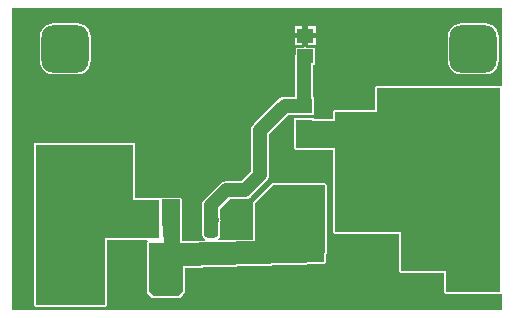
<source format=gtl>
G04*
G04 #@! TF.GenerationSoftware,Altium Limited,Altium Designer,23.2.1 (34)*
G04*
G04 Layer_Physical_Order=1*
G04 Layer_Color=255*
%FSLAX25Y25*%
%MOIN*%
G70*
G04*
G04 #@! TF.SameCoordinates,563C74A3-C083-4828-BA4E-F0EE4E1FBB61*
G04*
G04*
G04 #@! TF.FilePolarity,Positive*
G04*
G01*
G75*
%ADD12R,0.11417X0.21260*%
%ADD13R,0.09843X0.06693*%
%ADD14R,0.05315X0.04528*%
%ADD15R,0.32992X0.41968*%
G04:AMPARAMS|DCode=16|XSize=47.24mil|YSize=118.7mil|CornerRadius=11.81mil|HoleSize=0mil|Usage=FLASHONLY|Rotation=0.000|XOffset=0mil|YOffset=0mil|HoleType=Round|Shape=RoundedRectangle|*
%AMROUNDEDRECTD16*
21,1,0.04724,0.09508,0,0,0.0*
21,1,0.02362,0.11870,0,0,0.0*
1,1,0.02362,0.01181,-0.04754*
1,1,0.02362,-0.01181,-0.04754*
1,1,0.02362,-0.01181,0.04754*
1,1,0.02362,0.01181,0.04754*
%
%ADD16ROUNDEDRECTD16*%
%ADD24C,0.04724*%
%ADD25R,0.15000X0.22500*%
G04:AMPARAMS|DCode=26|XSize=157.48mil|YSize=157.48mil|CornerRadius=39.37mil|HoleSize=0mil|Usage=FLASHONLY|Rotation=0.000|XOffset=0mil|YOffset=0mil|HoleType=Round|Shape=RoundedRectangle|*
%AMROUNDEDRECTD26*
21,1,0.15748,0.07874,0,0,0.0*
21,1,0.07874,0.15748,0,0,0.0*
1,1,0.07874,0.03937,-0.03937*
1,1,0.07874,-0.03937,-0.03937*
1,1,0.07874,-0.03937,0.03937*
1,1,0.07874,0.03937,0.03937*
%
%ADD26ROUNDEDRECTD26*%
%ADD27O,0.07874X0.05906*%
%ADD28C,0.02756*%
G36*
X646689Y270880D02*
X646189Y270569D01*
X646000Y270648D01*
X605000D01*
X604542Y270458D01*
X604352Y270000D01*
Y262648D01*
X591000D01*
X590542Y262458D01*
X590352Y262000D01*
Y259648D01*
X583756D01*
Y259917D01*
X577244D01*
Y254193D01*
X577352D01*
Y250000D01*
X577542Y249542D01*
X578000Y249352D01*
X590352D01*
Y222000D01*
X590542Y221542D01*
X591000Y221352D01*
X612287D01*
Y214772D01*
X612352D01*
Y209000D01*
X612542Y208542D01*
X613000Y208352D01*
X627352D01*
Y202000D01*
X627542Y201542D01*
X628000Y201352D01*
X646000D01*
X646189Y201431D01*
X646689Y201120D01*
Y195811D01*
X483311D01*
Y296689D01*
X646689D01*
Y270880D01*
D02*
G37*
G36*
X646000Y202000D02*
X628000D01*
Y209000D01*
X613000D01*
Y222000D01*
X591000D01*
Y250000D01*
X578000D01*
Y259000D01*
X591000D01*
Y262000D01*
X605000D01*
Y270000D01*
X646000D01*
Y202000D01*
D02*
G37*
%LPC*%
G36*
X584445Y290496D02*
X581984D01*
Y288429D01*
X584445D01*
Y290496D01*
D02*
G37*
G36*
X580016D02*
X577555D01*
Y288429D01*
X580016D01*
Y290496D01*
D02*
G37*
G36*
X584445Y286461D02*
X581984D01*
Y284394D01*
X584445D01*
Y286461D01*
D02*
G37*
G36*
X580016D02*
X577555D01*
Y284394D01*
X580016D01*
Y286461D01*
D02*
G37*
G36*
X640937Y291512D02*
X633063D01*
X631879Y291356D01*
X630776Y290899D01*
X629828Y290172D01*
X629101Y289224D01*
X628644Y288121D01*
X628488Y286937D01*
Y279063D01*
X628644Y277879D01*
X629101Y276776D01*
X629828Y275828D01*
X630776Y275101D01*
X631879Y274644D01*
X633063Y274488D01*
X640937D01*
X642121Y274644D01*
X643224Y275101D01*
X644172Y275828D01*
X644899Y276776D01*
X645356Y277879D01*
X645512Y279063D01*
Y286937D01*
X645356Y288121D01*
X644899Y289224D01*
X644172Y290172D01*
X643224Y290899D01*
X642121Y291356D01*
X640937Y291512D01*
D02*
G37*
G36*
X504937D02*
X497063D01*
X495879Y291356D01*
X494776Y290899D01*
X493828Y290172D01*
X493101Y289224D01*
X492644Y288121D01*
X492488Y286937D01*
Y279063D01*
X492644Y277879D01*
X493101Y276776D01*
X493828Y275828D01*
X494776Y275101D01*
X495879Y274644D01*
X497063Y274488D01*
X504937D01*
X506121Y274644D01*
X507224Y275101D01*
X508172Y275828D01*
X508899Y276776D01*
X509356Y277879D01*
X509512Y279063D01*
Y286937D01*
X509356Y288121D01*
X508899Y289224D01*
X508172Y290172D01*
X507224Y290899D01*
X506121Y291356D01*
X504937Y291512D01*
D02*
G37*
G36*
X581000Y283541D02*
X580803D01*
X580030Y283440D01*
X579977Y283417D01*
X577744D01*
Y281335D01*
X577616Y281025D01*
X577514Y280252D01*
Y267030D01*
X574143D01*
X573370Y266928D01*
X572650Y266629D01*
X572032Y266155D01*
X563789Y257911D01*
X563314Y257293D01*
X563016Y256573D01*
X562914Y255800D01*
Y242137D01*
X559659Y238882D01*
X554604D01*
X553831Y238781D01*
X553111Y238482D01*
X552492Y238008D01*
X547488Y233004D01*
X547014Y232385D01*
X546716Y231665D01*
X546614Y230892D01*
Y226000D01*
X546704Y225311D01*
Y221146D01*
X546843Y220452D01*
X547236Y219863D01*
X547674Y219570D01*
X547528Y219067D01*
X540205Y218899D01*
X539848Y219248D01*
Y232800D01*
X539658Y233258D01*
X539200Y233448D01*
X533300D01*
X532842Y233258D01*
X532318Y233299D01*
X532200Y233348D01*
X524248D01*
Y251000D01*
X524058Y251458D01*
X523600Y251648D01*
X491100D01*
X490642Y251458D01*
X490452Y251000D01*
Y197700D01*
X490642Y197242D01*
X491100Y197052D01*
X514100D01*
X514558Y197242D01*
X514748Y197700D01*
Y219352D01*
X528165D01*
X528269Y219332D01*
X528279D01*
X528442Y218858D01*
X528359Y218657D01*
X528256Y218464D01*
X528156Y217464D01*
X528165Y217432D01*
X528152Y217400D01*
Y214500D01*
Y202100D01*
X528342Y201642D01*
X529942Y200042D01*
X530400Y199852D01*
X538600D01*
X539058Y200042D01*
X540071Y201055D01*
X540146D01*
Y201130D01*
X540558Y201542D01*
X540748Y202000D01*
Y208000D01*
Y209875D01*
X587313Y211453D01*
X587529Y211551D01*
X587749Y211642D01*
X587753Y211653D01*
X587764Y211658D01*
X587847Y211880D01*
X587938Y212100D01*
Y214534D01*
X587958Y214542D01*
X588148Y215000D01*
Y237500D01*
X588054Y237727D01*
X587961Y237955D01*
X587959Y237956D01*
X587958Y237958D01*
X587731Y238052D01*
X587504Y238148D01*
X570204Y238248D01*
X570202Y238247D01*
X570200Y238248D01*
X569973Y238154D01*
X569745Y238061D01*
X569744Y238059D01*
X569742Y238058D01*
X563642Y231958D01*
X563452Y231500D01*
Y219433D01*
X552027Y219170D01*
X551870Y219667D01*
X552164Y219863D01*
X552557Y220452D01*
X552696Y221146D01*
Y225691D01*
X552736Y226000D01*
X552696Y226309D01*
Y229765D01*
X555841Y232910D01*
X560896D01*
X561669Y233012D01*
X562389Y233310D01*
X563008Y233785D01*
X568012Y238789D01*
X568486Y239407D01*
X568784Y240127D01*
X568886Y240900D01*
Y254563D01*
X575380Y261057D01*
X579752D01*
X580500Y260959D01*
X581273Y261060D01*
X581326Y261083D01*
X583756D01*
Y266807D01*
X583486D01*
Y277693D01*
X584256D01*
Y283417D01*
X581826D01*
X581773Y283440D01*
X581000Y283541D01*
D02*
G37*
%LPD*%
G36*
X587500Y237500D02*
Y215000D01*
X587291D01*
Y212100D01*
X540100Y210502D01*
Y208000D01*
Y202000D01*
X538600Y200500D01*
X530400D01*
X528800Y202100D01*
Y214500D01*
Y217400D01*
X528900Y218400D01*
X533800D01*
X533900Y218500D01*
X533300Y225600D01*
Y232800D01*
X539200D01*
Y218228D01*
X564100Y218800D01*
Y231500D01*
X570200Y237600D01*
X587500Y237500D01*
D02*
G37*
G36*
X523600Y232700D02*
X532200D01*
Y230100D01*
Y220000D01*
X514100D01*
Y197700D01*
X491100D01*
Y251000D01*
X523600D01*
Y232700D01*
D02*
G37*
%LPC*%
G36*
X541590Y211410D02*
X540158D01*
X540100Y211399D01*
Y211173D01*
X541590Y211410D01*
D02*
G37*
G36*
X536298Y210681D02*
X534058Y210258D01*
X534056Y210578D01*
X534050Y210250D01*
X536298Y210681D01*
D02*
G37*
%LPD*%
D12*
X618595Y226000D02*
D03*
X580406D02*
D03*
D13*
X534626Y205000D02*
D03*
X550374D02*
D03*
D14*
X581000Y287445D02*
D03*
Y280555D02*
D03*
X580500Y263945D02*
D03*
Y257055D02*
D03*
D15*
X542950Y262900D02*
D03*
D16*
X536200Y225900D02*
D03*
X556450D02*
D03*
X549700D02*
D03*
X542950D02*
D03*
X529450D02*
D03*
D24*
X574143Y264043D02*
X580402D01*
X565900Y240900D02*
Y255800D01*
X574143Y264043D01*
X549600Y226000D02*
Y230892D01*
X580402Y264043D02*
X580500Y263945D01*
X560896Y235896D02*
X565900Y240900D01*
X554604Y235896D02*
X560896D01*
X549600Y230892D02*
X554604Y235896D01*
X549600Y226000D02*
X549750D01*
X580500Y280252D02*
X580803Y280555D01*
X581000D01*
X580500Y263945D02*
Y280252D01*
X501000Y246110D02*
X501665D01*
X502210Y245565D01*
D25*
X580000Y226250D02*
D03*
D26*
X502000Y212000D02*
D03*
X501000Y283000D02*
D03*
X637000D02*
D03*
X638000Y212000D02*
D03*
D27*
X501000Y259890D02*
D03*
Y246110D02*
D03*
X610500Y278890D02*
D03*
Y265110D02*
D03*
D28*
X625984Y200787D02*
D03*
X620079Y283465D02*
D03*
X614173Y200787D02*
D03*
X602362Y271654D02*
D03*
X608267Y212598D02*
D03*
X602362Y200787D02*
D03*
X596456Y283465D02*
D03*
X590551Y271654D02*
D03*
X596456Y212598D02*
D03*
X590551Y200787D02*
D03*
X578740D02*
D03*
X572834Y283465D02*
D03*
X566929Y271654D02*
D03*
Y200787D02*
D03*
X543307D02*
D03*
X537401Y236220D02*
D03*
X519685Y271654D02*
D03*
X525590Y212598D02*
D03*
X519685Y200787D02*
D03*
X513779Y283465D02*
D03*
X507874Y271654D02*
D03*
X513779Y259842D02*
D03*
X496063Y271654D02*
D03*
M02*

</source>
